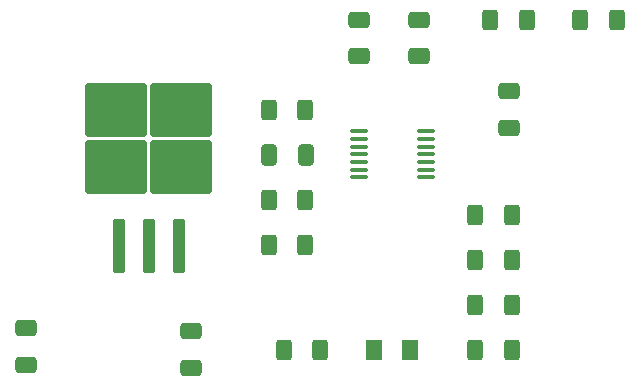
<source format=gbr>
%TF.GenerationSoftware,KiCad,Pcbnew,7.0.8*%
%TF.CreationDate,2023-10-25T20:50:05+02:00*%
%TF.ProjectId,SCART_syncSplitter,53434152-545f-4737-996e-6353706c6974,rev?*%
%TF.SameCoordinates,Original*%
%TF.FileFunction,Paste,Top*%
%TF.FilePolarity,Positive*%
%FSLAX46Y46*%
G04 Gerber Fmt 4.6, Leading zero omitted, Abs format (unit mm)*
G04 Created by KiCad (PCBNEW 7.0.8) date 2023-10-25 20:50:05*
%MOMM*%
%LPD*%
G01*
G04 APERTURE LIST*
G04 Aperture macros list*
%AMRoundRect*
0 Rectangle with rounded corners*
0 $1 Rounding radius*
0 $2 $3 $4 $5 $6 $7 $8 $9 X,Y pos of 4 corners*
0 Add a 4 corners polygon primitive as box body*
4,1,4,$2,$3,$4,$5,$6,$7,$8,$9,$2,$3,0*
0 Add four circle primitives for the rounded corners*
1,1,$1+$1,$2,$3*
1,1,$1+$1,$4,$5*
1,1,$1+$1,$6,$7*
1,1,$1+$1,$8,$9*
0 Add four rect primitives between the rounded corners*
20,1,$1+$1,$2,$3,$4,$5,0*
20,1,$1+$1,$4,$5,$6,$7,0*
20,1,$1+$1,$6,$7,$8,$9,0*
20,1,$1+$1,$8,$9,$2,$3,0*%
G04 Aperture macros list end*
%ADD10RoundRect,0.250000X-0.400000X-0.625000X0.400000X-0.625000X0.400000X0.625000X-0.400000X0.625000X0*%
%ADD11RoundRect,0.250000X0.400000X0.625000X-0.400000X0.625000X-0.400000X-0.625000X0.400000X-0.625000X0*%
%ADD12RoundRect,0.100000X-0.637500X-0.100000X0.637500X-0.100000X0.637500X0.100000X-0.637500X0.100000X0*%
%ADD13RoundRect,0.250000X0.650000X-0.412500X0.650000X0.412500X-0.650000X0.412500X-0.650000X-0.412500X0*%
%ADD14RoundRect,0.250000X-0.412500X-0.650000X0.412500X-0.650000X0.412500X0.650000X-0.412500X0.650000X0*%
%ADD15RoundRect,0.250000X-0.650000X0.412500X-0.650000X-0.412500X0.650000X-0.412500X0.650000X0.412500X0*%
%ADD16RoundRect,0.250001X-0.462499X-0.624999X0.462499X-0.624999X0.462499X0.624999X-0.462499X0.624999X0*%
%ADD17RoundRect,0.250000X0.300000X-2.050000X0.300000X2.050000X-0.300000X2.050000X-0.300000X-2.050000X0*%
%ADD18RoundRect,0.250000X2.375000X-2.025000X2.375000X2.025000X-2.375000X2.025000X-2.375000X-2.025000X0*%
G04 APERTURE END LIST*
D10*
%TO.C,R4*%
X98780000Y-59690000D03*
X101880000Y-59690000D03*
%TD*%
D11*
%TO.C,R2*%
X103150000Y-35560000D03*
X100050000Y-35560000D03*
%TD*%
%TO.C,R8*%
X84392500Y-50800000D03*
X81292500Y-50800000D03*
%TD*%
D12*
%TO.C,U1*%
X88900000Y-45010000D03*
X88900000Y-45660000D03*
X88900000Y-46310000D03*
X88900000Y-46960000D03*
X88900000Y-47610000D03*
X88900000Y-48260000D03*
X88900000Y-48910000D03*
X94625000Y-48910000D03*
X94625000Y-48260000D03*
X94625000Y-47610000D03*
X94625000Y-46960000D03*
X94625000Y-46310000D03*
X94625000Y-45660000D03*
X94625000Y-45010000D03*
%TD*%
D11*
%TO.C,R9*%
X84392500Y-54610000D03*
X81292500Y-54610000D03*
%TD*%
D13*
%TO.C,C7*%
X60725000Y-64832500D03*
X60725000Y-61707500D03*
%TD*%
D14*
%TO.C,C3*%
X81280000Y-46990000D03*
X84405000Y-46990000D03*
%TD*%
D15*
%TO.C,C6*%
X74695000Y-61937500D03*
X74695000Y-65062500D03*
%TD*%
D10*
%TO.C,R7*%
X98780000Y-55880000D03*
X101880000Y-55880000D03*
%TD*%
D16*
%TO.C,D2*%
X90232500Y-63500000D03*
X93207500Y-63500000D03*
%TD*%
D10*
%TO.C,R5*%
X98780000Y-63500000D03*
X101880000Y-63500000D03*
%TD*%
D15*
%TO.C,C2*%
X88900000Y-35560000D03*
X88900000Y-38685000D03*
%TD*%
D10*
%TO.C,R3*%
X81292500Y-43180000D03*
X84392500Y-43180000D03*
%TD*%
%TO.C,R10*%
X82550000Y-63500000D03*
X85650000Y-63500000D03*
%TD*%
D17*
%TO.C,U2*%
X68580000Y-54755000D03*
X71120000Y-54755000D03*
D18*
X68345000Y-48030000D03*
X73895000Y-48030000D03*
X68345000Y-43180000D03*
X73895000Y-43180000D03*
D17*
X73660000Y-54755000D03*
%TD*%
D10*
%TO.C,R1*%
X107670000Y-35560000D03*
X110770000Y-35560000D03*
%TD*%
%TO.C,R6*%
X98780000Y-52070000D03*
X101880000Y-52070000D03*
%TD*%
D15*
%TO.C,C1*%
X93980000Y-35560000D03*
X93980000Y-38685000D03*
%TD*%
D13*
%TO.C,C4*%
X101600000Y-44742500D03*
X101600000Y-41617500D03*
%TD*%
M02*

</source>
